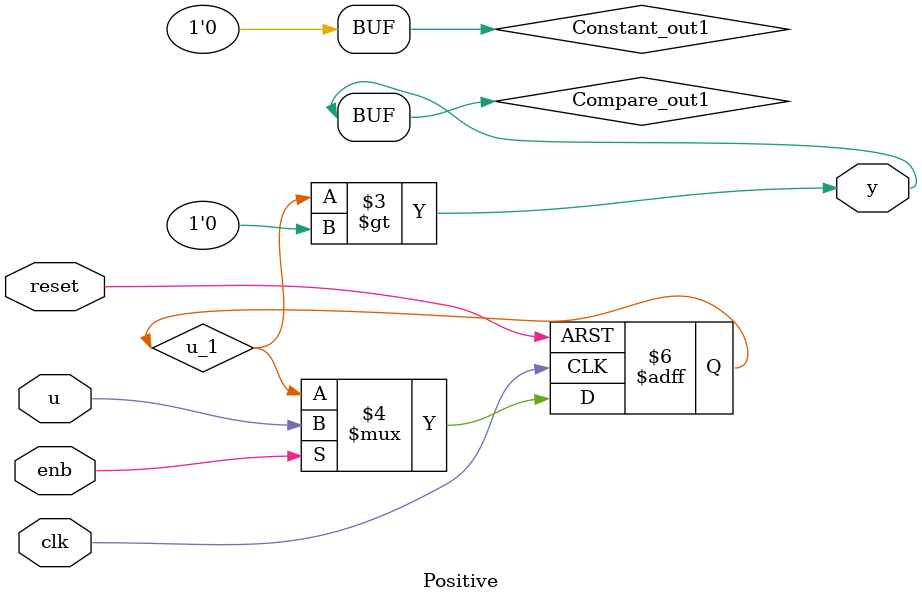
<source format=v>



`timescale 1 ns / 1 ns

module Positive
          (clk,
           reset,
           enb,
           u,
           y);


  input   clk;
  input   reset;
  input   enb;
  input   u;
  output  y;


  reg  u_1;
  wire Constant_out1;
  wire Compare_out1;


  always @(posedge clk or posedge reset)
    begin : rd_0_process
      if (reset == 1'b1) begin
        u_1 <= 1'b0;
      end
      else begin
        if (enb) begin
          u_1 <= u;
        end
      end
    end

  assign Constant_out1 = 1'b0;
  assign Compare_out1 = u_1 > Constant_out1;
  assign y = Compare_out1;

endmodule  // Positive


</source>
